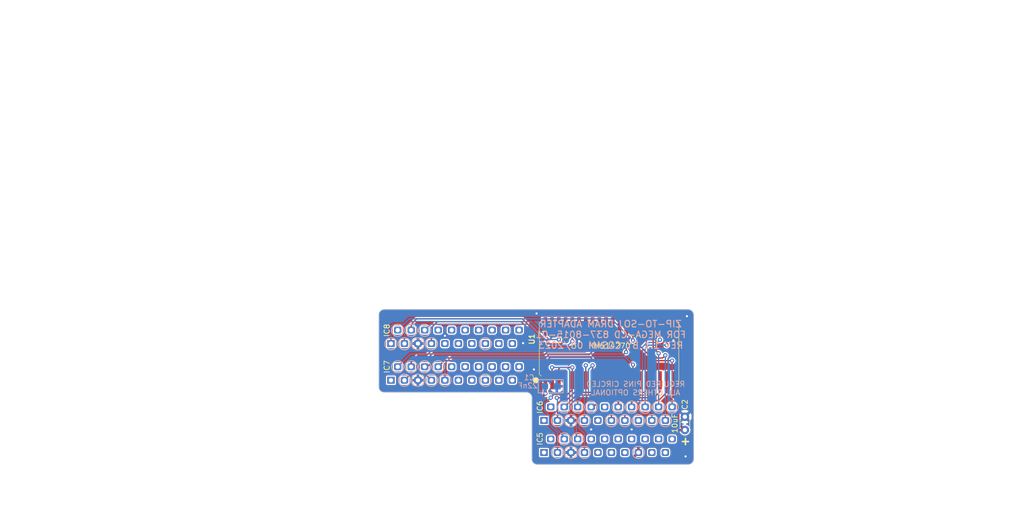
<source format=kicad_pcb>
(kicad_pcb (version 20221018) (generator pcbnew)
  (layers (0 "F.Cu" signal) (1 "In1.Cu" signal) (2 "In2.Cu" signal) (31 "B.Cu" signal) (34 "B.Paste" user) (35 "F.Paste" user) (36 "B.SilkS" user "B.Silkscreen") (37 "F.SilkS" user "F.Silkscreen") (38 "B.Mask" user) (39 "F.Mask" user) (44 "Edge.Cuts" user))
  (net 0 "")
  (net 2 "GND")
  (net 4 "VCC2")
  (net 7 "D4")
  (net 8 "D3")
  (net 9 "D2")
  (net 10 "D1")
  (net 11 "D0")
  (net 12 "D15")
  (net 13 "D14")
  (net 14 "D13")
  (net 15 "D12")
  (net 16 "D11")
  (net 17 "D10")
  (net 18 "D9")
  (net 19 "D8")
  (net 20 "D7")
  (net 21 "D6")
  (net 22 "D5")
  (net 23 "~{COE}")
  (net 24 "PA8")
  (net 25 "PA7")
  (net 26 "PA6")
  (net 27 "PA5")
  (net 28 "PA4")
  (net 29 "PA3")
  (net 30 "PA2")
  (net 31 "PA1")
  (net 32 "PA0")
  (net 33 "~{PRAS}")
  (net 34 "~{PCAS}")
  (net 35 "~{CUWE}")
  (net 40 "~{CLWE}")
  (footprint "MegaCD_Footprints:ZIP-20-No-silk" (layer "F.Cu") (at 119.38 117.221 90)
    (fp_text reference "IC7" (at 2.54 -0.762 90) (layer "F.SilkS"))
    (fp_text value "MB81C4256Z")
    (pad "1" thru_hole rect (at 0 0 90) (size 1.3 1.4) (drill 0.8) (layers "*.Cu" "*.Mask") (net 23 "~{COE}"))
    (pad "2" thru_hole roundrect (at 2.54 1.27 90) (size 1.3 1.4) (drill 0.8) (layers "*.Cu" "*.Mask") (net 34 "~{PCAS}"))
    (pad "3" thru_hole roundrect (at 0 2.54 90) (size 1.3 1.4) (drill 0.8) (layers "*.Cu" "*.Mask") (net 17 "D10"))
    (pad "4" thru_hole roundrect (at 2.54 3.81 90) (size 1.3 1.4) (drill 0.8) (layers "*.Cu" "*.Mask") (net 16 "D11"))
    (pad "5" thru_hole roundrect (at 0 5.08 90) (size 1.3 1.4) (drill 0.8) (layers "*.Cu" "*.Mask") (net 2 "GND"))
    (pad "6" thru_hole roundrect (at 2.54 6.35 90) (size 1.3 1.4) (drill 0.8) (layers "*.Cu" "*.Mask") (net 19 "D8"))
    (pad "7" thru_hole roundrect (at 0 7.62 90) (size 1.3 1.4) (drill 0.8) (layers "*.Cu" "*.Mask") (net 18 "D9"))
    (pad "8" thru_hole roundrect (at 2.54 8.89 90) (size 1.3 1.4) (drill 0.8) (layers "*.Cu" "*.Mask") (net 35 "~{CUWE}"))
    (pad "9" thru_hole roundrect (at 0 10.16 90) (size 1.3 1.4) (drill 0.8) (layers "*.Cu" "*.Mask") (net 33 "~{PRAS}"))
    (pad "10" thru_hole roundrect (at 2.54 11.43 90) (size 1.3 1.4) (drill 0.8) (layers "*.Cu" "*.Mask"))
    (pad "11" thru_hole roundrect (at 0 12.7 90) (size 1.3 1.4) (drill 0.8) (layers "*.Cu" "*.Mask") (net 32 "PA0"))
    (pad "12" thru_hole roundrect (at 2.54 13.97 90) (size 1.3 1.4) (drill 0.8) (layers "*.Cu" "*.Mask") (net 31 "PA1"))
    (pad "13" thru_hole roundrect (at 0 15.24 90) (size 1.3 1.4) (drill 0.8) (layers "*.Cu" "*.Mask") (net 30 "PA2"))
    (pad "14" thru_hole roundrect (at 2.54 16.51 90) (size 1.3 1.4) (drill 0.8) (layers "*.Cu" "*.Mask") (net 29 "PA3"))
    (pad "15" thru_hole roundrect (at 0 17.78 90) (size 1.3 1.4) (drill 0.8) (layers "*.Cu" "*.Mask") (net 4 "VCC2"))
    (pad "16" thru_hole roundrect (at 2.54 19.05 90) (size 1.3 1.4) (drill 0.8) (layers "*.Cu" "*.Mask") (net 28 "PA4"))
    (pad "17" thru_hole roundrect (at 0 20.32 90) (size 1.3 1.4) (drill 0.8) (layers "*.Cu" "*.Mask") (net 27 "PA5"))
    (pad "18" thru_hole roundrect (at 2.54 21.59 90) (size 1.3 1.4) (drill 0.8) (layers "*.Cu" "*.Mask") (net 26 "PA6"))
    (pad "19" thru_hole roundrect (at 0 22.86 90) (size 1.3 1.4) (drill 0.8) (layers "*.Cu" "*.Mask") (net 25 "PA7"))
    (pad "20" thru_hole roundrect (at 2.54 24.13 90) (size 1.3 1.4) (drill 0.8) (layers "*.Cu" "*.Mask") (net 24 "PA8"))
  )
  (footprint "Capacitor_THT:C_Disc_D3.0mm_W1.6mm_P2.50mm" (layer "F.Cu") (at 174.752 126.599 90)
    (fp_text reference "C2" (at 4.806 0 90) (layer "F.SilkS"))
    (fp_text value "10uF")
    (fp_text user "${VALUE}" (at 1.25 -1.905 90 unlocked) (layer "F.SilkS"))
    (fp_line (start 0.621 -0.92) (end 1.879 -0.92) (stroke (width 0.12)) (layer "F.SilkS"))
    (fp_line (start 0.621 0.92) (end 1.879 0.92) (stroke (width 0.12)) (layer "F.SilkS"))
    (pad "1" thru_hole circle (at 0 0 90) (size 1.6 1.6) (drill 0.8) (layers "*.Cu" "*.Mask") (net 4 "VCC2"))
    (pad "2" thru_hole circle (at 2.5 0 90) (size 1.6 1.6) (drill 0.8) (layers "*.Cu" "*.Mask") (net 2 "GND"))
  )
  (footprint "MegaCD_Footprints:ZIP-20-No-silk" (layer "F.Cu") (at 148.209 124.7902 90)
    (fp_text reference "IC6" (at 2.4892 -0.762 90) (layer "F.SilkS"))
    (fp_text value "MB81C4256Z")
    (pad "1" thru_hole rect (at 0 0 90) (size 1.3 1.4) (drill 0.8) (layers "*.Cu" "*.Mask") (net 23 "~{COE}"))
    (pad "2" thru_hole roundrect (at 2.54 1.27 90) (size 1.3 1.4) (drill 0.8) (layers "*.Cu" "*.Mask") (net 34 "~{PCAS}"))
    (pad "3" thru_hole roundrect (at 0 2.54 90) (size 1.3 1.4) (drill 0.8) (layers "*.Cu" "*.Mask") (net 21 "D6"))
    (pad "4" thru_hole roundrect (at 2.54 3.81 90) (size 1.3 1.4) (drill 0.8) (layers "*.Cu" "*.Mask") (net 20 "D7"))
    (pad "5" thru_hole roundrect (at 0 5.08 90) (size 1.3 1.4) (drill 0.8) (layers "*.Cu" "*.Mask") (net 2 "GND"))
    (pad "6" thru_hole roundrect (at 2.54 6.35 90) (size 1.3 1.4) (drill 0.8) (layers "*.Cu" "*.Mask") (net 7 "D4"))
    (pad "7" thru_hole roundrect (at 0 7.62 90) (size 1.3 1.4) (drill 0.8) (layers "*.Cu" "*.Mask") (net 22 "D5"))
    (pad "8" thru_hole roundrect (at 2.54 8.89 90) (size 1.3 1.4) (drill 0.8) (layers "*.Cu" "*.Mask") (net 40 "~{CLWE}"))
    (pad "9" thru_hole roundrect (at 0 10.16 90) (size 1.3 1.4) (drill 0.8) (layers "*.Cu" "*.Mask") (net 33 "~{PRAS}"))
    (pad "10" thru_hole roundrect (at 2.54 11.43 90) (size 1.3 1.4) (drill 0.8) (layers "*.Cu" "*.Mask"))
    (pad "11" thru_hole roundrect (at 0 12.7 90) (size 1.3 1.4) (drill 0.8) (layers "*.Cu" "*.Mask") (net 32 "PA0"))
    (pad "12" thru_hole roundrect (at 2.54 13.97 90) (size 1.3 1.4) (drill 0.8) (layers "*.Cu" "*.Mask") (net 31 "PA1"))
    (pad "13" thru_hole roundrect (at 0 15.24 90) (size 1.3 1.4) (drill 0.8) (layers "*.Cu" "*.Mask") (net 30 "PA2"))
    (pad "14" thru_hole roundrect (at 2.54 16.51 90) (size 1.3 1.4) (drill 0.8) (layers "*.Cu" "*.Mask") (net 29 "PA3"))
    (pad "15" thru_hole roundrect (at 0 17.78 90) (size 1.3 1.4) (drill 0.8) (layers "*.Cu" "*.Mask") (net 4 "VCC2"))
    (pad "16" thru_hole roundrect (at 2.54 19.05 90) (size 1.3 1.4) (drill 0.8) (layers "*.Cu" "*.Mask") (net 28 "PA4"))
    (pad "17" thru_hole roundrect (at 0 20.32 90) (size 1.3 1.4) (drill 0.8) (layers "*.Cu" "*.Mask") (net 27 "PA5"))
    (pad "18" thru_hole roundrect (at 2.54 21.59 90) (size 1.3 1.4) (drill 0.8) (layers "*.Cu" "*.Mask") (net 26 "PA6"))
    (pad "19" thru_hole roundrect (at 0 22.86 90) (size 1.3 1.4) (drill 0.8) (layers "*.Cu" "*.Mask") (net 25 "PA7"))
    (pad "20" thru_hole roundrect (at 2.54 24.13 90) (size 1.3 1.4) (drill 0.8) (layers "*.Cu" "*.Mask") (net 24 "PA8"))
  )
  (footprint "MegaCD_Footprints:SOJ-40" (layer "F.Cu") (at 147.193 117.856 90)
    (fp_text reference "U1" (at 8.382 -1.27 90 unlocked) (layer "F.SilkS") (effects (font (thickness 0.2) bold)))
    (fp_text value "HM514270")
    (fp_text user "${VALUE}" (at 7.112 13.335 unlocked) (layer "F.SilkS"))
    (fp_line (start -0.127 26.035) (end -0.127 26.416) (stroke (width 0.1)) (layer "F.SilkS"))
    (fp_line (start -0.127 26.416) (end 11.557 26.416) (stroke (width 0.1)) (layer "F.SilkS"))
    (fp_line (start 1.778 0.127) (end 1.397 0.508) (stroke (width 0.1)) (layer "F.SilkS"))
    (fp_line (start 11.557 0.127) (end 1.778 0.127) (stroke (width 0.1)) (layer "F.SilkS"))
    (fp_line (start 11.557 0.508) (end 11.557 0.127) (stroke (width 0.1)) (layer "F.SilkS"))
    (fp_line (start 11.557 26.035) (end 11.557 26.416) (stroke (width 0.1)) (layer "F.SilkS"))
    (fp_circle (center 0.635 -0.508) (end 1.143 -0.508) (stroke (width 0.1)) (fill solid) (layer "F.SilkS"))
    (pad "1" smd rect (at 0.635 1.27 90) (size 3.4 0.7) (layers "F.Cu" "F.Paste" "F.Mask") (net 4 "VCC2"))
    (pad "2" smd rect (at 0.635 2.54 90) (size 3.4 0.7) (layers "F.Cu" "F.Paste" "F.Mask") (net 11 "D0"))
    (pad "3" smd rect (at 0.635 3.81 90) (size 3.4 0.7) (layers "F.Cu" "F.Paste" "F.Mask") (net 10 "D1"))
    (pad "4" smd rect (at 0.635 5.08 90) (size 3.4 0.7) (layers "F.Cu" "F.Paste" "F.Mask") (net 9 "D2"))
    (pad "5" smd rect (at 0.635 6.35 90) (size 3.4 0.7) (layers "F.Cu" "F.Paste" "F.Mask") (net 8 "D3"))
    (pad "6" smd rect (at 0.635 7.62 90) (size 3.4 0.7) (layers "F.Cu" "F.Paste" "F.Mask") (net 4 "VCC2"))
    (pad "7" smd rect (at 0.635 8.89 90) (size 3.4 0.7) (layers "F.Cu" "F.Paste" "F.Mask") (net 7 "D4"))
    (pad "8" smd rect (at 0.635 10.16 90) (size 3.4 0.7) (layers "F.Cu" "F.Paste" "F.Mask") (net 22 "D5"))
    (pad "9" smd rect (at 0.635 11.43 90) (size 3.4 0.7) (layers "F.Cu" "F.Paste" "F.Mask") (net 21 "D6"))
    (pad "10" smd rect (at 0.635 12.7 90) (size 3.4 0.7) (layers "F.Cu" "F.Paste" "F.Mask") (net 20 "D7"))
    (pad "11" smd rect (at 0.635 13.97 90) (size 3.4 0.7) (layers "F.Cu" "F.Paste" "F.Mask"))
    (pad "12" smd rect (at 0.635 15.24 90) (size 3.4 0.7) (layers "F.Cu" "F.Paste" "F.Mask") (net 40 "~{CLWE}"))
    (pad "13" smd rect (at 0.635 16.51 90) (size 3.4 0.7) (layers "F.Cu" "F.Paste" "F.Mask") (net 35 "~{CUWE}"))
    (pad "14" smd rect (at 0.635 17.78 90) (size 3.4 0.7) (layers "F.Cu" "F.Paste" "F.Mask") (net 33 "~{PRAS}"))
    (pad "15" smd rect (at 0.635 19.05 90) (size 3.4 0.7) (layers "F.Cu" "F.Paste" "F.Mask"))
    (pad "16" smd rect (at 0.635 20.32 90) (size 3.4 0.7) (layers "F.Cu" "F.Paste" "F.Mask") (net 32 "PA0"))
    (pad "17" smd rect (at 0.635 21.59 90) (size 3.4 0.7) (layers "F.Cu" "F.Paste" "F.Mask") (net 31 "PA1"))
    (pad "18" smd rect (at 0.635 22.86 90) (size 3.4 0.7) (layers "F.Cu" "F.Paste" "F.Mask") (net 30 "PA2"))
    (pad "19" smd rect (at 0.635 24.13 90) (size 3.4 0.7) (layers "F.Cu" "F.Paste" "F.Mask") (net 29 "PA3"))
    (pad "20" smd rect (at 0.635 25.4 90) (size 3.4 0.7) (layers "F.Cu" "F.Paste" "F.Mask") (net 4 "VCC2"))
    (pad "21" smd rect (at 10.795 25.4 90) (size 3.4 0.7) (layers "F.Cu" "F.Paste" "F.Mask") (net 2 "GND"))
    (pad "22" smd rect (at 10.795 24.13 90) (size 3.4 0.7) (layers "F.Cu" "F.Paste" "F.Mask") (net 28 "PA4"))
    (pad "23" smd rect (at 10.795 22.86 90) (size 3.4 0.7) (layers "F.Cu" "F.Paste" "F.Mask") (net 27 "PA5"))
    (pad "24" smd rect (at 10.795 21.59 90) (size 3.4 0.7) (layers "F.Cu" "F.Paste" "F.Mask") (net 26 "PA6"))
    (pad "25" smd rect (at 10.795 20.32 90) (size 3.4 0.7) (layers "F.Cu" "F.Paste" "F.Mask") (net 25 "PA7"))
    (pad "26" smd rect (at 10.795 19.05 90) (size 3.4 0.7) (layers "F.Cu" "F.Paste" "F.Mask") (net 24 "PA8"))
    (pad "27" smd rect (at 10.795 17.78 90) (size 3.4 0.7) (layers "F.Cu" "F.Paste" "F.Mask") (net 23 "~{COE}"))
    (pad "28" smd rect (at 10.795 16.51 90) (size 3.4 0.7) (layers "F.Cu" "F.Paste" "F.Mask") (net 34 "~{PCAS}"))
    (pad "29" smd rect (at 10.795 15.24 90) (size 3.4 0.7) (layers "F.Cu" "F.Paste" "F.Mask"))
    (pad "30" smd rect (at 10.795 13.97 90) (size 3.4 0.7) (layers "F.Cu" "F.Paste" "F.Mask"))
    (pad "31" smd rect (at 10.795 12.7 90) (size 3.4 0.7) (layers "F.Cu" "F.Paste" "F.Mask") (net 19 "D8"))
    (pad "32" smd rect (at 10.795 11.43 90) (size 3.4 0.7) (layers "F.Cu" "F.Paste" "F.Mask") (net 18 "D9"))
    (pad "33" smd rect (at 10.795 10.16 90) (size 3.4 0.7) (layers "F.Cu" "F.Paste" "F.Mask") (net 17 "D10"))
    (pad "34" smd rect (at 10.795 8.89 90) (size 3.4 0.7) (layers "F.Cu" "F.Paste" "F.Mask") (net 16 "D11"))
    (pad "35" smd rect (at 10.795 7.62 90) (size 3.4 0.7) (layers "F.Cu" "F.Paste" "F.Mask") (net 2 "GND"))
    (pad "36" smd rect (at 10.795 6.35 90) (size 3.4 0.7) (layers "F.Cu" "F.Paste" "F.Mask") (net 15 "D12"))
    (pad "37" smd rect (at 10.795 5.08 90) (size 3.4 0.7) (layers "F.Cu" "F.Paste" "F.Mask") (net 14 "D13"))
    (pad "38" smd rect (at 10.795 3.81 90) (size 3.4 0.7) (layers "F.Cu" "F.Paste" "F.Mask") (net 13 "D14"))
    (pad "39" smd rect (at 10.795 2.54 90) (size 3.4 0.7) (layers "F.Cu" "F.Paste" "F.Mask") (net 12 "D15"))
    (pad "40" smd rect (at 10.795 1.27 90) (size 3.4 0.7) (layers "F.Cu" "F.Paste" "F.Mask") (net 2 "GND"))
  )
  (footprint "MegaCD_Footprints:ZIP-20-No-silk" (layer "F.Cu") (at 119.38 110.3122 90)
    (fp_text reference "IC8" (at 2.4892 -0.762 90) (layer "F.SilkS"))
    (fp_text value "MB81C4256Z")
    (pad "1" thru_hole rect (at 0 0 90) (size 1.3 1.4) (drill 0.8) (layers "*.Cu" "*.Mask") (net 23 "~{COE}"))
    (pad "2" thru_hole roundrect (at 2.54 1.27 90) (size 1.3 1.4) (drill 0.8) (layers "*.Cu" "*.Mask") (net 34 "~{PCAS}"))
    (pad "3" thru_hole roundrect (at 0 2.54 90) (size 1.3 1.4) (drill 0.8) (layers "*.Cu" "*.Mask") (net 13 "D14"))
    (pad "4" thru_hole roundrect (at 2.54 3.81 90) (size 1.3 1.4) (drill 0.8) (layers "*.Cu" "*.Mask") (net 12 "D15"))
    (pad "5" thru_hole roundrect (at 0 5.08 90) (size 1.3 1.4) (drill 0.8) (layers "*.Cu" "*.Mask") (net 2 "GND"))
    (pad "6" thru_hole roundrect (at 2.54 6.35 90) (size 1.3 1.4) (drill 0.8) (layers "*.Cu" "*.Mask") (net 15 "D12"))
    (pad "7" thru_hole roundrect (at 0 7.62 90) (size 1.3 1.4) (drill 0.8) (layers "*.Cu" "*.Mask") (net 14 "D13"))
    (pad "8" thru_hole roundrect (at 2.54 8.89 90) (size 1.3 1.4) (drill 0.8) (layers "*.Cu" "*.Mask") (net 35 "~{CUWE}"))
    (pad "9" thru_hole roundrect (at 0 10.16 90) (size 1.3 1.4) (drill 0.8) (layers "*.Cu" "*.Mask") (net 33 "~{PRAS}"))
    (pad "10" thru_hole roundrect (at 2.54 11.43 90) (size 1.3 1.4) (drill 0.8) (layers "*.Cu" "*.Mask"))
    (pad "11" thru_hole roundrect (at 0 12.7 90) (size 1.3 1.4) (drill 0.8) (layers "*.Cu" "*.Mask") (net 32 "PA0"))
    (pad "12" thru_hole roundrect (at 2.54 13.97 90) (size 1.3 1.4) (drill 0.8) (layers "*.Cu" "*.Mask") (net 31 "PA1"))
    (pad "13" thru_hole roundrect (at 0 15.24 90) (size 1.3 1.4) (drill 0.8) (layers "*.Cu" "*.Mask") (net 30 "PA2"))
    (pad "14" thru_hole roundrect (at 2.54 16.51 90) (size 1.3 1.4) (drill 0.8) (layers "*.Cu" "*.Mask") (net 29 "PA3"))
    (pad "15" thru_hole roundrect (at 0 17.78 90) (size 1.3 1.4) (drill 0.8) (layers "*.Cu" "*.Mask") (net 4 "VCC2"))
    (pad "16" thru_hole roundrect (at 2.54 19.05 90) (size 1.3 1.4) (drill 0.8) (layers "*.Cu" "*.Mask") (net 28 "PA4"))
    (pad "17" thru_hole roundrect (at 0 20.32 90) (size 1.3 1.4) (drill 0.8) (layers "*.Cu" "*.Mask") (net 27 "PA5"))
    (pad "18" thru_hole roundrect (at 2.54 21.59 90) (size 1.3 1.4) (drill 0.8) (layers "*.Cu" "*.Mask") (net 26 "PA6"))
    (pad "19" thru_hole roundrect (at 0 22.86 90) (size 1.3 1.4) (drill 0.8) (layers "*.Cu" "*.Mask") (net 25 "PA7"))
    (pad "20" thru_hole roundrect (at 2.54 24.13 90) (size 1.3 1.4) (drill 0.8) (layers "*.Cu" "*.Mask") (net 24 "PA8"))
  )
  (footprint "MegaCD_Footprints:ZIP-20-No-silk" (layer "F.Cu") (at 148.209 130.8354 90)
    (fp_text reference "IC5" (at 2.5654 -0.762 90) (layer "F.SilkS"))
    (fp_text value "MB81C4256Z")
    (pad "1" thru_hole rect (at 0 0 90) (size 1.3 1.4) (drill 0.8) (layers "*.Cu" "*.Mask") (net 23 "~{COE}"))
    (pad "2" thru_hole roundrect (at 2.54 1.27 90) (size 1.3 1.4) (drill 0.8) (layers "*.Cu" "*.Mask") (net 34 "~{PCAS}"))
    (pad "3" thru_hole roundrect (at 0 2.54 90) (size 1.3 1.4) (drill 0.8) (layers "*.Cu" "*.Mask") (net 9 "D2"))
    (pad "4" thru_hole roundrect (at 2.54 3.81 90) (size 1.3 1.4) (drill 0.8) (layers "*.Cu" "*.Mask") (net 8 "D3"))
    (pad "5" thru_hole roundrect (at 0 5.08 90) (size 1.3 1.4) (drill 0.8) (layers "*.Cu" "*.Mask") (net 2 "GND"))
    (pad "6" thru_hole roundrect (at 2.54 6.35 90) (size 1.3 1.4) (drill 0.8) (layers "*.Cu" "*.Mask") (net 11 "D0"))
    (pad "7" thru_hole roundrect (at 0 7.62 90) (size 1.3 1.4) (drill 0.8) (layers "*.Cu" "*.Mask") (net 10 "D1"))
    (pad "8" thru_hole roundrect (at 2.54 8.89 90) (size 1.3 1.4) (drill 0.8) (layers "*.Cu" "*.Mask") (net 40 "~{CLWE}"))
    (pad "9" thru_hole roundrect (at 0 10.16 90) (size 1.3 1.4) (drill 0.8) (layers "*.Cu" "*.Mask") (net 33 "~{PRAS}"))
    (pad "10" thru_hole roundrect (at 2.54 11.43 90) (size 1.3 1.4) (drill 0.8) (layers "*.Cu" "*.Mask"))
    (pad "11" thru_hole roundrect (at 0 12.7 90) (size 1.3 1.4) (drill 0.8) (layers "*.Cu" "*.Mask") (net 32 "PA0"))
    (pad "12" thru_hole roundrect (at 2.54 13.97 90) (size 1.3 1.4) (drill 0.8) (layers "*.Cu" "*.Mask") (net 31 "PA1"))
    (pad "13" thru_hole roundrect (at 0 15.24 90) (size 1.3 1.4) (drill 0.8) (layers "*.Cu" "*.Mask") (net 30 "PA2"))
    (pad "14" thru_hole roundrect (at 2.54 16.51 90) (size 1.3 1.4) (drill 0.8) (layers "*.Cu" "*.Mask") (net 29 "PA3"))
    (pad "15" thru_hole roundrect (at 0 17.78 90) (size 1.3 1.4) (drill 0.8) (layers "*.Cu" "*.Mask") (net 4 "VCC2"))
    (pad "16" thru_hole roundrect (at 2.54 19.05 90) (size 1.3 1.4) (drill 0.8) (layers "*.Cu" "*.Mask") (net 28 "PA4"))
    (pad "17" thru_hole roundrect (at 0 20.32 90) (size 1.3 1.4) (drill 0.8) (layers "*.Cu" "*.Mask") (net 27 "PA5"))
    (pad "18" thru_hole roundrect (at 2.54 21.59 90) (size 1.3 1.4) (drill 0.8) (layers "*.Cu" "*.Mask") (net 26 "PA6"))
    (pad "19" thru_hole roundrect (at 0 22.86 90) (size 1.3 1.4) (drill 0.8) (layers "*.Cu" "*.Mask") (net 25 "PA7"))
    (pad "20" thru_hole roundrect (at 2.54 24.13 90) (size 1.3 1.4) (drill 0.8) (layers "*.Cu" "*.Mask") (net 24 "PA8"))
  )
  (footprint "MegaCD_Footprints:SMD_0805_HandSolder" (layer "B.Cu") (at 149.479 118.364)
    (fp_text reference "C1" (at -4.064 -1.651) (layer "B.SilkS") (effects (justify mirror)))
    (fp_text value "22nF")
    (fp_text user "${VALUE}" (at -4.318 -0.127 unlocked) (layer "B.SilkS") (effects (justify mirror)))
    (fp_rect (start -2.35 1.25) (end 2.35 -1.25) (stroke (width 0.15)) (fill none) (layer "B.SilkS"))
    (pad "1" smd roundrect (at -1.143 0) (size 1.3 1.2) (layers "B.Cu" "B.Paste" "B.Mask") (roundrect_rratio 0.2127658333) (net 4 "VCC2"))
    (pad "2" smd roundrect (at 1.143 0) (size 1.3 1.2) (layers "B.Cu" "B.Paste" "B.Mask") (roundrect_rratio 0.2127658333) (net 2 "GND"))
  )
  (gr_circle (center 165.989 124.841) (end 164.846 124.968) (stroke (width 0.15)) (fill none) (layer "B.SilkS"))
  (gr_circle (center 172.339 122.301) (end 171.196 122.428) (stroke (width 0.15)) (fill none) (layer "B.SilkS"))
  (gr_circle (center 137.16 110.363) (end 136.017 110.49) (stroke (width 0.15)) (fill none) (layer "B.SilkS"))
  (gr_circle (center 124.46 110.363) (end 123.317 110.49) (stroke (width 0.15)) (fill none) (layer "B.SilkS"))
  (gr_circle (center 168.529 124.841) (end 167.386 124.968) (stroke (width 0.15)) (fill none) (layer "B.SilkS"))
  (gr_circle (center 120.65 107.823) (end 119.507 107.95) (stroke (width 0.15)) (fill none) (layer "B.SilkS"))
  (gr_circle (center 152.019 128.27) (end 150.876 128.397) (stroke (width 0.15)) (fill none) (layer "B.SilkS"))
  (gr_circle (center 125.73 107.823) (end 124.587 107.95) (stroke (width 0.15)) (fill none) (layer "B.SilkS"))
  (gr_circle (center 123.19 114.681) (end 122.047 114.808) (stroke (width 0.15)) (fill none) (layer "B.SilkS"))
  (gr_circle (center 160.909 124.841) (end 159.766 124.968) (stroke (width 0.15)) (fill none) (layer "B.SilkS"))
  (gr_circle (center 129.54 117.221) (end 128.397 117.348) (stroke (width 0.15)) (fill none) (layer "B.SilkS"))
  (gr_circle (center 121.92 110.363) (end 120.777 110.49) (stroke (width 0.15)) (fill none) (layer "B.SilkS"))
  (gr_circle (center 127 117.221) (end 125.857 117.348) (stroke (width 0.15)) (fill none) (layer "B.SilkS"))
  (gr_circle (center 155.829 130.81) (end 154.686 130.937) (stroke (width 0.15)) (fill none) (layer "B.SilkS"))
  (gr_circle (center 164.719 122.301) (end 163.576 122.428) (stroke (width 0.15)) (fill none) (layer "B.SilkS"))
  (gr_circle (center 119.38 110.363) (end 118.237 110.49) (stroke (width 0.15)) (fill none) (layer "B.SilkS"))
  (gr_circle (center 171.069 124.841) (end 169.926 124.968) (stroke (width 0.15)) (fill none) (layer "B.SilkS"))
  (gr_circle (center 165.989 130.81) (end 164.846 130.937) (stroke (width 0.15)) (fill none) (layer "B.SilkS"))
  (gr_circle (center 127 110.363) (end 125.857 110.49) (stroke (width 0.15)) (fill none) (layer "B.SilkS"))
  (gr_circle (center 157.099 122.301) (end 155.956 122.428) (stroke (width 0.15)) (fill none) (layer "B.SilkS"))
  (gr_circle (center 124.46 117.221) (end 123.317 117.348) (stroke (width 0.15)) (fill none) (layer "B.SilkS"))
  (gr_circle (center 152.019 122.301) (end 150.876 122.428) (stroke (width 0.15)) (fill none) (layer "B.SilkS"))
  (gr_circle (center 169.799 122.301) (end 168.656 122.428) (stroke (width 0.15)) (fill none) (layer "B.SilkS"))
  (gr_circle (center 167.259 122.301) (end 166.116 122.428) (stroke (width 0.15)) (fill none) (layer "B.SilkS"))
  (gr_circle (center 153.289 130.81) (end 152.146 130.937) (stroke (width 0.15)) (fill none) (layer "B.SilkS"))
  (gr_circle (center 153.289 124.841) (end 152.146 124.968) (stroke (width 0.15)) (fill none) (layer "B.SilkS"))
  (gr_circle (center 154.559 128.27) (end 153.416 128.397) (stroke (width 0.15)) (fill none) (layer "B.SilkS"))
  (gr_circle (center 128.27 114.681) (end 127.127 114.808) (stroke (width 0.15)) (fill none) (layer "B.SilkS"))
  (gr_circle (center 150.749 130.81) (end 149.606 130.937) (stroke (width 0.15)) (fill none) (layer "B.SilkS"))
  (gr_circle (center 123.19 107.823) (end 122.047 107.95) (stroke (width 0.15)) (fill none) (layer "B.SilkS"))
  (gr_circle (center 155.829 124.841) (end 154.686 124.968) (stroke (width 0.15)) (fill none) (layer "B.SilkS"))
  (gr_circle (center 125.73 114.681) (end 124.587 114.808) (stroke (width 0.15)) (fill none) (layer "B.SilkS"))
  (gr_circle (center 150.749 124.841) (end 149.606 124.968) (stroke (width 0.15)) (fill none) (layer "B.SilkS"))
  (gr_circle (center 163.449 124.841) (end 162.306 124.968) (stroke (width 0.15)) (fill none) (layer "B.SilkS"))
  (gr_circle (center 137.16 117.221) (end 136.017 117.348) (stroke (width 0.15)) (fill none) (layer "B.SilkS"))
  (gr_circle (center 162.179 122.301) (end 161.036 122.428) (stroke (width 0.15)) (fill none) (layer "B.SilkS"))
  (gr_circle (center 154.559 122.301) (end 153.416 122.428) (stroke (width 0.15)) (fill none) (layer "B.SilkS"))
  (gr_circle (center 120.65 114.681) (end 119.507 114.808) (stroke (width 0.15)) (fill none) (layer "B.SilkS"))
  (gr_circle (center 121.92 117.221) (end 120.777 117.348) (stroke (width 0.15)) (fill none) (layer "B.SilkS"))
  (gr_arc (start 146.939 133.096) (mid 146.22058 132.79842) (end 145.923 132.08) (stroke (width 0.1)) (layer "Edge.Cuts"))
  (gr_arc (start 176.403 132.08) (mid 176.10542 132.79842) (end 175.387 133.096) (stroke (width 0.1)) (layer "Edge.Cuts"))
  (gr_line (start 145.923 120.523) (end 145.923 132.08) (stroke (width 0.1)) (layer "Edge.Cuts"))
  (gr_line (start 176.403 132.08) (end 176.403 104.902) (stroke (width 0.1)) (layer "Edge.Cuts"))
  (gr_arc (start 118.11 119.507) (mid 117.39158 119.20942) (end 117.094 118.491) (stroke (width 0.1)) (layer "Edge.Cuts"))
  (gr_arc (start 117.094 104.902) (mid 117.39158 104.18358) (end 118.11 103.886) (stroke (width 0.1)) (layer "Edge.Cuts"))
  (gr_line (start 118.11 119.507) (end 144.907 119.507) (stroke (width 0.1)) (layer "Edge.Cuts"))
  (gr_line (start 117.094 118.491) (end 117.094 104.902) (stroke (width 0.1)) (layer "Edge.Cuts"))
  (gr_line (start 118.11 103.886) (end 175.387 103.886) (stroke (width 0.1)) (layer "Edge.Cuts"))
  (gr_line (start 146.939 133.096) (end 175.387 133.096) (stroke (width 0.1)) (layer "Edge.Cuts"))
  (gr_arc (start 175.387 103.886) (mid 176.10542 104.18358) (end 176.403 104.902) (stroke (width 0.1)) (layer "Edge.Cuts"))
  (gr_arc (start 144.907 119.507) (mid 145.62542 119.80458) (end 145.923 120.523) (stroke (width 0.1)) (layer "Edge.Cuts"))
  (gr_text "ZIP-TO-SOJ DRAM ADAPTER\nFOR MEGA-CD 837-8015-01\nREV 1.1 BY COSAM 08/2023" (at 160.782 111.379) (layer "B.SilkS") (effects (font (size 1.25 1.25) (thickness 0.2)) (justify bottom mirror)))
  (gr_text "REQUIRED PINS CIRCLED\nALL OTHERS OPTIONAL" (at 165.481 120.142) (layer "B.SilkS") (effects (font (size 1 1)) (justify bottom mirror)))
  (gr_text "+" (at 173.736 129.54) (layer "F.SilkS") (effects (font (size 1.5 1.5) (thickness 0.3) bold) (justify left bottom)))
  (segment (start 146.812 105.41) (end 146.812 104.648) (width 0.25) (layer "F.Cu") (net 2))
  (segment (start 172.593 107.061) (end 172.593 109.728) (width 0.5) (layer "F.Cu") (net 2))
  (segment (start 174.244 104.267) (end 175.133 105.156) (width 0.25) (layer "F.Cu") (net 2))
  (segment (start 154.813 107.061) (end 154.813 109.855) (width 0.5) (layer "F.Cu") (net 2))
  (segment (start 146.812 104.648) (end 147.193 104.267) (width 0.25) (layer "F.Cu") (net 2))
  (segment (start 148.463 107.061) (end 146.812 105.41) (width 0.25) (layer "F.Cu") (net 2))
  (segment (start 175.133 105.156) (end 176.149 106.172) (width 0.25) (layer "F.Cu") (net 2))
  (segment (start 147.193 104.267) (end 174.244 104.267) (width 0.25) (layer "F.Cu") (net 2))
  (segment (start 176.149 130.302) (end 174.879 131.572) (width 0.25) (layer "F.Cu") (net 2))
  (segment (start 176.149 106.172) (end 176.149 130.302) (width 0.25) (layer "F.Cu") (net 2))
  (via (at 144.272 110.236) (size 0.8) (drill 0.4) (layers "F.Cu" "B.Cu") (net 2))
  (via (at 129.54 108.839) (size 0.8) (drill 0.4) (layers "F.Cu" "B.Cu") (net 2))
  (via (at 146.304 115.189) (size 0.8) (drill 0.4) (layers "F.Cu" "B.Cu") (net 2))
  (via (at 175.133 105.156) (size 0.8) (drill 0.4) (layers "F.Cu" "B.Cu") (net 2))
  (via (at 174.879 131.572) (size 0.8) (drill 0.4) (layers "F.Cu" "B.Cu") (net 2))
  (via (at 146.812 104.648) (size 0.8) (drill 0.4) (layers "F.Cu" "B.Cu") (net 2))
  (via (at 172.593 109.728) (size 0.8) (drill 0.4) (layers "F.Cu" "B.Cu") (net 2))
  (via (at 164.719 126.492) (size 0.8) (drill 0.4) (layers "F.Cu" "B.Cu") (net 2))
  (via (at 154.813 109.855) (size 0.8) (drill 0.4) (layers "F.Cu" "B.Cu") (net 2))
  (via (at 157.099 126.492) (size 0.8) (drill 0.4) (layers "F.Cu" "B.Cu") (net 2))
  (segment (start 153.797 106.426) (end 147.066 106.426) (width 0.5) (layer "B.Cu") (net 2))
  (segment (start 154.813 109.855) (end 154.813 107.442) (width 0.5) (layer "B.Cu") (net 2))
  (segment (start 153.924 106.553) (end 153.797 106.426) (width 0.5) (layer "B.Cu") (net 2))
  (segment (start 154.813 107.442) (end 153.924 106.553) (width 0.5) (layer "B.Cu") (net 2))
  (segment (start 147.066 106.426) (end 147.32 106.426) (width 0.5) (layer "B.Cu") (net 2))
  (segment (start 147.3496 132.08) (end 146.939 131.6694) (width 0.5) (layer "F.Cu") (net 4))
  (segment (start 174.752 126.599) (end 173.482 125.329) (width 0.5) (layer "F.Cu") (net 4))
  (segment (start 148.463 114.681) (end 149.266422 113.877578) (width 0.5) (layer "F.Cu") (net 4))
  (segment (start 154.390578 113.877578) (end 154.813 114.3) (width 0.5) (layer "F.Cu") (net 4))
  (segment (start 148.463 117.221) (end 148.463 114.681) (width 0.5) (layer "F.Cu") (net 4))
  (segment (start 154.813 114.3) (end 154.813 117.221) (width 0.5) (layer "F.Cu") (net 4))
  (segment (start 165.989 130.8354) (end 164.7444 132.08) (width 0.5) (layer "F.Cu") (net 4))
  (segment (start 164.7444 132.08) (end 147.3496 132.08) (width 0.5) (layer "F.Cu") (net 4))
  (segment (start 173.482 125.329) (end 173.482 121.158) (width 0.5) (layer "F.Cu") (net 4))
  (segment (start 146.939 121.285) (end 148.463 119.761) (width 0.5) (layer "F.Cu") (net 4))
  (segment (start 165.989 127.635) (end 167.005 126.619) (width 0.5) (layer "F.Cu") (net 4))
  (segment (start 172.593 117.221) (end 172.593 120.269) (width 0.5) (layer "F.Cu") (net 4))
  (segment (start 174.752 126.619) (end 174.752 126.599) (width 0.25) (layer "F.Cu") (net 4))
  (segment (start 167.005 126.619) (end 174.752 126.619) (width 0.5) (layer "F.Cu") (net 4))
  (segment (start 173.482 121.158) (end 172.974 120.65) (width 0.5) (layer "F.Cu") (net 4))
  (segment (start 148.463 119.761) (end 148.463 117.221) (width 0.5) (layer "F.Cu") (net 4))
  (segment (start 165.989 130.8354) (end 165.989 127.635) (width 0.5) (layer "F.Cu") (net 4))
  (segment (start 149.266422 113.877578) (end 154.390578 113.877578) (width 0.5) (layer "F.Cu") (net 4))
  (segment (start 172.593 120.269) (end 172.974 120.65) (width 0.5) (layer "F.Cu") (net 4))
  (segment (start 146.939 131.6694) (end 146.939 121.285) (width 0.5) (layer "F.Cu") (net 4))
  (via (at 148.488299 119.735701) (size 0.8) (drill 0.4) (layers "F.Cu" "B.Cu") (net 4))
  (segment (start 148.488299 119.735701) (end 148.336 119.583402) (width 0.5) (layer "B.Cu") (net 4))
  (segment (start 148.336 119.583402) (end 148.336 118.364) (width 0.5) (layer "B.Cu") (net 4))
  (segment (start 156.083 114.427) (end 156.083 117.221) (width 0.25) (layer "F.Cu") (net 7))
  (via (at 156.083 114.427) (size 0.8) (drill 0.4) (layers "F.Cu" "B.Cu") (net 7))
  (segment (start 156.083 114.427) (end 156.083 119.761) (width 0.25) (layer "B.Cu") (net 7))
  (segment (start 156.083 119.761) (end 154.559 121.285) (width 0.25) (layer "B.Cu") (net 7))
  (segment (start 154.559 121.285) (end 154.559 122.2502) (width 0.25) (layer "B.Cu") (net 7))
  (segment (start 153.543 118.999) (end 153.543 117.221) (width 0.25) (layer "F.Cu") (net 8))
  (segment (start 150.622 120.523) (end 152.019 120.523) (width 0.25) (layer "F.Cu") (net 8))
  (segment (start 152.019 120.523) (end 153.543 118.999) (width 0.25) (layer "F.Cu") (net 8))
  (via (at 150.622 120.523) (size 0.8) (drill 0.4) (layers "F.Cu" "B.Cu") (net 8))
  (segment (start 150.749 122.8728) (end 149.733 123.8888) (width 0.25) (layer "B.Cu") (net 8))
  (segment (start 149.733 125.577842) (end 152.019 127.863842) (width 0.25) (layer "B.Cu") (net 8))
  (segment (start 152.019 127.863842) (end 152.019 128.2954) (width 0.25) (layer "B.Cu") (net 8))
  (segment (start 150.749 120.65) (end 150.749 122.8728) (width 0.25) (layer "B.Cu") (net 8))
  (segment (start 150.622 120.523) (end 150.749 120.65) (width 0.25) (layer "B.Cu") (net 8))
  (segment (start 149.733 123.8888) (end 149.733 125.577842) (width 0.25) (layer "B.Cu") (net 8))
  (segment (start 149.468299 120.512299) (end 150.109598 119.871) (width 0.25) (layer "F.Cu") (net 9))
  (segment (start 150.109598 119.871) (end 151.782 119.871) (width 0.25) (layer "F.Cu") (net 9))
  (segment (start 152.273 119.38) (end 152.273 117.221) (width 0.25) (layer "F.Cu") (net 9))
  (segment (start 151.782 119.871) (end 152.273 119.38) (width 0.25) (layer "F.Cu") (net 9))
  (via (at 149.468299 120.512299) (size 0.8) (drill 0.4) (layers "F.Cu" "B.Cu") (net 9))
  (segment (start 149.225 123.8885) (end 149.225 125.603) (width 0.25) (layer "B.Cu") (net 9))
  (segment (start 148.336 121.644599) (end 148.336 122.9995) (width 0.25) (layer "B.Cu") (net 9))
  (segment (start 149.468299 120.512299) (end 148.336 121.644599) (width 0.25) (layer "B.Cu") (net 9))
  (segment (start 148.336 122.9995) (end 149.225 123.8885) (width 0.25) (layer "B.Cu") (net 9))
  (segment (start 150.749 127.127) (end 150.749 130.8354) (width 0.25) (layer "B.Cu") (net 9))
  (segment (start 149.225 125.603) (end 150.749 127.127) (width 0.25) (layer "B.Cu") (net 9))
  (segment (start 151.003 115.062) (end 151.003 117.221) (width 0.25) (layer "F.Cu") (net 10))
  (segment (start 151.257 114.808) (end 151.003 115.062) (width 0.25) (layer "F.Cu") (net 10))
  (segment (start 153.543 114.808) (end 151.257 114.808) (width 0.25) (layer "F.Cu") (net 10))
  (via (at 153.543 114.808) (size 0.8) (drill 0.4) (layers "F.Cu" "B.Cu") (net 10))
  (segment (start 154.813 123.571) (end 154.813 126.238) (width 0.25) (layer "B.Cu") (net 10))
  (segment (start 154.813 126.238) (end 155.829 127.254) (width 0.25) (layer "B.Cu") (net 10))
  (segment (start 153.543 122.936) (end 153.924 123.317) (width 0.25) (layer "B.Cu") (net 10))
  (segment (start 153.543 114.808) (end 153.543 122.936) (width 0.25) (layer "B.Cu") (net 10))
  (segment (start 155.829 127.254) (end 155.829 130.8354) (width 0.25) (layer "B.Cu") (net 10))
  (segment (start 154.559 123.317) (end 154.813 123.571) (width 0.25) (layer "B.Cu") (net 10))
  (segment (start 153.924 123.317) (end 154.559 123.317) (width 0.25) (layer "B.Cu") (net 10))
  (segment (start 149.733 114.808) (end 149.733 117.221) (width 0.25) (layer "F.Cu") (net 11))
  (via (at 149.733 114.808) (size 0.8) (drill 0.4) (layers "F.Cu" "B.Cu") (net 11))
  (segment (start 154.559 128.016) (end 154.559 128.2954) (width 0.25) (layer "B.Cu") (net 11))
  (segment (start 153.035 115.316) (end 153.035 123.19) (width 0.25) (layer "B.Cu") (net 11))
  (segment (start 153.67 123.825) (end 154.051 123.825) (width 0.25) (layer "B.Cu") (net 11))
  (segment (start 154.305 127.762) (end 154.559 128.016) (width 0.25) (layer "B.Cu") (net 11))
  (segment (start 153.035 123.19) (end 153.67 123.825) (width 0.25) (layer "B.Cu") (net 11))
  (segment (start 152.527 114.808) (end 153.035 115.316) (width 0.25) (layer "B.Cu") (net 11))
  (segment (start 149.733 114.808) (end 152.527 114.808) (width 0.25) (layer "B.Cu") (net 11))
  (segment (start 154.051 123.825) (end 154.305 124.079) (width 0.25) (layer "B.Cu") (net 11))
  (segment (start 154.305 124.079) (end 154.305 127.762) (width 0.25) (layer "B.Cu") (net 11))
  (segment (start 149.733 109.093) (end 149.733 107.061) (width 0.25) (layer "F.Cu") (net 12))
  (segment (start 123.19 107.7722) (end 123.19 106.68) (width 0.25) (layer "F.Cu") (net 12))
  (segment (start 148.082 109.601) (end 149.225 109.601) (width 0.25) (layer "F.Cu") (net 12))
  (segment (start 149.225 109.601) (end 149.733 109.093) (width 0.25) (layer "F.Cu") (net 12))
  (segment (start 123.19 106.68) (end 124.206 105.664) (width 0.25) (layer "F.Cu") (net 12))
  (segment (start 144.145 105.664) (end 148.082 109.601) (width 0.25) (layer "F.Cu") (net 12))
  (segment (start 124.206 105.664) (end 144.145 105.664) (width 0.25) (layer "F.Cu") (net 12))
  (segment (start 151.003 109.556) (end 151.003 107.061) (width 0.25) (layer "F.Cu") (net 13))
  (via (at 151.003 109.556) (size 0.8) (drill 0.4) (layers "F.Cu" "B.Cu") (net 13))
  (segment (start 145.796 106.172) (end 123.063 106.172) (width 0.25) (layer "B.Cu") (net 13))
  (segment (start 121.92 107.315) (end 121.92 110.3122) (width 0.25) (layer "B.Cu") (net 13))
  (segment (start 123.063 106.172) (end 121.92 107.315) (width 0.25) (layer "B.Cu") (net 13))
  (segment (start 151.003 109.556) (end 149.18 109.556) (width 0.25) (layer "B.Cu") (net 13))
  (segment (start 149.18 109.556) (end 145.796 106.172) (width 0.25) (layer "B.Cu") (net 13))
  (segment (start 152.273 109.601) (end 151.511 110.363) (width 0.25) (layer "F.Cu") (net 14))
  (segment (start 152.273 107.061) (end 152.273 109.601) (width 0.25) (layer "F.Cu") (net 14))
  (segment (start 128.143 106.172) (end 127 107.315) (width 0.25) (layer "F.Cu") (net 14))
  (segment (start 127 107.315) (end 127 110.3122) (width 0.25) (layer "F.Cu") (net 14))
  (segment (start 143.891 106.172) (end 128.143 106.172) (width 0.25) (layer "F.Cu") (net 14))
  (segment (start 151.511 110.363) (end 148.082 110.363) (width 0.25) (layer "F.Cu") (net 14))
  (segment (start 148.082 110.363) (end 143.891 106.172) (width 0.25) (layer "F.Cu") (net 14))
  (segment (start 153.543 109.855) (end 153.543 107.061) (width 0.25) (layer "F.Cu") (net 15))
  (via (at 153.543 109.855) (size 0.8) (drill 0.4) (layers "F.Cu" "B.Cu") (net 15))
  (segment (start 143.252 106.676) (end 143.256 106.68) (width 0.25) (layer "B.Cu") (net 15))
  (segment (start 125.73 107.7722) (end 126.8262 106.676) (width 0.25) (layer "B.Cu") (net 15))
  (segment (start 126.8262 106.676) (end 143.252 106.676) (width 0.25) (layer "B.Cu") (net 15))
  (segment (start 149.479 110.617) (end 152.781 110.617) (width 0.25) (layer "B.Cu") (net 15))
  (segment (start 145.542 106.68) (end 149.479 110.617) (width 0.25) (layer "B.Cu") (net 15))
  (segment (start 152.781 110.617) (end 153.543 109.855) (width 0.25) (layer "B.Cu") (net 15))
  (segment (start 143.256 106.68) (end 145.542 106.68) (width 0.25) (layer "B.Cu") (net 15))
  (segment (start 147.701 111.506) (end 148.336 110.871) (width 0.25) (layer "F.Cu") (net 16))
  (segment (start 127.127 111.506) (end 147.701 111.506) (width 0.25) (layer "F.Cu") (net 16))
  (segment (start 148.336 110.871) (end 155.194 110.871) (width 0.25) (layer "F.Cu") (net 16))
  (segment (start 124.49175 112.522) (end 126.111 112.522) (width 0.25) (layer "F.Cu") (net 16))
  (segment (start 155.194 110.871) (end 156.083 109.982) (width 0.25) (layer "F.Cu") (net 16))
  (segment (start 123.19 114.681) (end 123.19 113.82375) (width 0.25) (layer "F.Cu") (net 16))
  (segment (start 126.111 112.522) (end 127.127 111.506) (width 0.25) (layer "F.Cu") (net 16))
  (segment (start 156.083 109.982) (end 156.083 107.061) (width 0.25) (layer "F.Cu") (net 16))
  (segment (start 123.19 113.82375) (end 124.49175 112.522) (width 0.25) (layer "F.Cu") (net 16))
  (segment (start 126.365 113.03) (end 127.381 112.014) (width 0.25) (layer "F.Cu") (net 17))
  (segment (start 123.063 116.078) (end 123.825 116.078) (width 0.25) (layer "F.Cu") (net 17))
  (segment (start 155.575 111.379) (end 157.353 109.601) (width 0.25) (layer "F.Cu") (net 17))
  (segment (start 124.206 113.665) (end 124.841 113.03) (width 0.25) (layer "F.Cu") (net 17))
  (segment (start 123.825 116.078) (end 124.206 115.697) (width 0.25) (layer "F.Cu") (net 17))
  (segment (start 147.955 112.014) (end 148.59 111.379) (width 0.25) (layer "F.Cu") (net 17))
  (segment (start 157.353 109.601) (end 157.353 107.061) (width 0.25) (layer "F.Cu") (net 17))
  (segment (start 121.92 117.221) (end 123.063 116.078) (width 0.25) (layer "F.Cu") (net 17))
  (segment (start 127.381 112.014) (end 147.955 112.014) (width 0.25) (layer "F.Cu") (net 17))
  (segment (start 148.59 111.379) (end 155.575 111.379) (width 0.25) (layer "F.Cu") (net 17))
  (segment (start 124.206 115.697) (end 124.206 113.665) (width 0.25) (layer "F.Cu") (net 17))
  (segment (start 124.841 113.03) (end 126.365 113.03) (width 0.25) (layer "F.Cu") (net 17))
  (segment (start 155.956 111.887) (end 158.623 109.22) (width 0.25) (layer "F.Cu") (net 18))
  (segment (start 125.857 116.078) (end 125.095 116.078) (width 0.25) (layer "F.Cu") (net 18))
  (segment (start 148.844 111.887) (end 155.956 111.887) (width 0.25) (layer "F.Cu") (net 18))
  (segment (start 127 117.221) (end 125.857 116.078) (width 0.25) (layer "F.Cu") (net 18))
  (segment (start 127.635 112.522) (end 148.209 112.522) (width 0.25) (layer "F.Cu") (net 18))
  (segment (start 148.209 112.522) (end 148.844 111.887) (width 0.25) (layer "F.Cu") (net 18))
  (segment (start 158.623 109.22) (end 158.623 107.061) (width 0.25) (layer "F.Cu") (net 18))
  (segment (start 125.095 116.078) (end 124.714 115.697) (width 0.25) (layer "F.Cu") (net 18))
  (segment (start 125.095 113.538) (end 126.619 113.538) (width 0.25) (layer "F.Cu") (net 18))
  (segment (start 124.714 113.919) (end 125.095 113.538) (width 0.25) (layer "F.Cu") (net 18))
  (segment (start 124.714 115.697) (end 124.714 113.919) (width 0.25) (layer "F.Cu") (net 18))
  (segment (start 126.619 113.538) (end 127.635 112.522) (width 0.25) (layer "F.Cu") (net 18))
  (segment (start 125.73 114.681) (end 126.238 114.681) (width 0.25) (layer "F.Cu") (net 19))
  (segment (start 126.238 114.681) (end 127.889 113.03) (width 0.25) (layer "F.Cu") (net 19))
  (segment (start 156.718 112.395) (end 159.893 109.22) (width 0.25) (layer "F.Cu") (net 19))
  (segment (start 148.463 113.03) (end 149.098 112.395) (width 0.25) (layer "F.Cu") (net 19))
  (segment (start 149.098 112.395) (end 156.718 112.395) (width 0.25) (layer "F.Cu") (net 19))
  (segment (start 159.893 109.22) (end 159.893 107.061) (width 0.25) (layer "F.Cu") (net 19))
  (segment (start 127.889 113.03) (end 148.463 113.03) (width 0.25) (layer "F.Cu") (net 19))
  (segment (start 159.131 120.015) (end 159.893 119.253) (width 0.25) (layer "F.Cu") (net 20))
  (segment (start 159.893 119.253) (end 159.893 117.221) (width 0.25) (layer "F.Cu") (net 20))
  (segment (start 152.0698 122.2502) (end 154.305 120.015) (width 0.25) (layer "F.Cu") (net 20))
  (segment (start 152.019 122.2502) (end 152.0698 122.2502) (width 0.25) (layer "F.Cu") (net 20))
  (segment (start 154.305 120.015) (end 159.131 120.015) (width 0.25) (layer "F.Cu") (net 20))
  (segment (start 150.749 121.666) (end 151.384 121.031) (width 0.25) (layer "F.Cu") (net 21))
  (segment (start 158.369 119.507) (end 158.623 119.253) (width 0.25) (layer "F.Cu") (net 21))
  (segment (start 152.41258 121.031) (end 153.93658 119.507) (width 0.25) (layer "F.Cu") (net 21))
  (segment (start 153.93658 119.507) (end 158.369 119.507) (width 0.25) (layer "F.Cu") (net 21))
  (segment (start 151.384 121.031) (end 152.41258 121.031) (width 0.25) (layer "F.Cu") (net 21))
  (segment (start 150.749 124.7902) (end 150.749 121.666) (width 0.25) (layer "F.Cu") (net 21))
  (segment (start 158.623 119.253) (end 158.623 117.221) (width 0.25) (layer "F.Cu") (net 21))
  (segment (start 157.353 117.221) (end 157.353 114.427) (width 0.25) (layer "F.Cu") (net 22))
  (via (at 157.353 114.427) (size 0.8) (drill 0.4) (layers "F.Cu" "B.Cu") (net 22))
  (segment (start 156.591 119.900579) (end 155.829 120.662579) (width 0.25) (layer "B.Cu") (net 22))
  (segment (start 157.353 114.427) (end 156.591 115.189) (width 0.25) (layer "B.Cu") (net 22))
  (segment (start 156.591 115.189) (end 156.591 119.900579) (width 0.25) (layer "B.Cu") (net 22))
  (segment (start 155.829 120.662579) (end 155.829 124.7902) (width 0.25) (layer "B.Cu") (net 22))
  (segment (start 164.973 109.728) (end 164.973 107.061) (width 0.25) (layer "F.Cu") (net 23))
  (via (at 164.973 109.728) (size 0.8) (drill 0.4) (layers "F.Cu" "B.Cu") (net 23))
  (segment (start 160.909 105.664) (end 164.973 109.728) (width 0.25) (layer "B.Cu") (net 23))
  (segment (start 122.809 105.664) (end 160.909 105.664) (width 0.25) (layer "B.Cu") (net 23))
  (segment (start 119.761 106.68) (end 121.793 106.68) (width 0.25) (layer "B.Cu") (net 23))
  (segment (start 119.38 107.061) (end 119.761 106.68) (width 0.25) (layer "B.Cu") (net 23))
  (segment (start 119.38 110.3122) (end 119.38 107.061) (width 0.25) (layer "B.Cu") (net 23))
  (segment (start 121.793 106.68) (end 122.809 105.664) (width 0.25) (layer "B.Cu") (net 23))
  (segment (start 166.243 110.744) (end 166.243 107.061) (width 0.25) (layer "F.Cu") (net 24))
  (segment (start 169.037 113.538) (end 166.243 110.744) (width 0.25) (layer "F.Cu") (net 24))
  (segment (start 172.339 113.538) (end 169.037 113.538) (width 0.25) (layer "F.Cu") (net 24))
  (via (at 172.339 113.538) (size 0.8) (drill 0.4) (layers "F.Cu" "B.Cu") (net 24))
  (segment (start 172.339 122.2502) (end 172.339 113.538) (width 0.25) (layer "B.Cu") (net 24))
  (segment (start 170.561 113.03) (end 169.545 113.03) (width 0.25) (layer "F.Cu") (net 25))
  (segment (start 167.513 110.998) (end 167.513 107.061) (width 0.25) (layer "F.Cu") (net 25))
  (segment (start 169.545 113.03) (end 167.513 110.998) (width 0.25) (layer "F.Cu") (net 25))
  (segment (start 171.069 112.522) (end 170.561 113.03) (width 0.25) (layer "F.Cu") (net 25))
  (via (at 171.069 112.522) (size 0.8) (drill 0.4) (layers "F.Cu" "B.Cu") (net 25))
  (segment (start 171.069 124.7902) (end 171.069 112.522) (width 0.25) (layer "B.Cu") (net 25))
  (segment (start 168.783 111.125) (end 168.783 107.061) (width 0.25) (layer "F.Cu") (net 26))
  (segment (start 169.799 112.141) (end 168.783 111.125) (width 0.25) (layer "F.Cu") (net 26))
  (via (at 169.799 112.141) (size 0.8) (drill 0.4) (layers "F.Cu" "B.Cu") (net 26))
  (segment (start 169.799 122.2502) (end 169.799 112.141) (width 0.25) (layer "B.Cu") (net 26))
  (segment (start 170.053 109.601) (end 170.053 107.061) (width 0.25) (layer "F.Cu") (net 27))
  (via (at 170.053 109.601) (size 0.8) (drill 0.4) (layers "F.Cu" "B.Cu") (net 27))
  (segment (start 167.64 110.109) (end 166.751 110.998) (width 0.25) (layer "B.Cu") (net 27))
  (segment (start 168.529 123.952) (end 168.529 124.7902) (width 0.25) (layer "B.Cu") (net 27))
  (segment (start 166.751 110.998) (end 166.751 120.777) (width 0.25) (layer "B.Cu") (net 27))
  (segment (start 169.545 110.109) (end 167.64 110.109) (width 0.25) (layer "B.Cu") (net 27))
  (segment (start 166.116 121.412) (end 166.116 123.063) (width 0.25) (layer "B.Cu") (net 27))
  (segment (start 168.148 123.571) (end 168.529 123.952) (width 0.25) (layer "B.Cu") (net 27))
  (segment (start 166.751 120.777) (end 166.116 121.412) (width 0.25) (layer "B.Cu") (net 27))
  (segment (start 166.624 123.571) (end 168.148 123.571) (width 0.25) (layer "B.Cu") (net 27))
  (segment (start 170.053 109.601) (end 169.545 110.109) (width 0.25) (layer "B.Cu") (net 27))
  (segment (start 166.116 123.063) (end 166.624 123.571) (width 0.25) (layer "B.Cu") (net 27))
  (segment (start 171.323 110.617) (end 171.323 107.061) (width 0.25) (layer "F.Cu") (net 28))
  (via (at 171.323 110.617) (size 0.8) (drill 0.4) (layers "F.Cu" "B.Cu") (net 28))
  (segment (start 167.894 110.617) (end 167.259 111.252) (width 0.25) (layer "B.Cu") (net 28))
  (segment (start 167.259 111.252) (end 167.259 122.2502) (width 0.25) (layer "B.Cu") (net 28))
  (segment (start 171.323 110.617) (end 167.894 110.617) (width 0.25) (layer "B.Cu") (net 28))
  (segment (start 164.719 121.412) (end 165.1 121.031) (width 0.25) (layer "F.Cu") (net 29))
  (segment (start 169.799 121.031) (end 171.323 119.507) (width 0.25) (layer "F.Cu") (net 29))
  (segment (start 165.1 121.031) (end 169.799 121.031) (width 0.25) (layer "F.Cu") (net 29))
  (segment (start 164.719 122.2502) (end 164.719 121.412) (width 0.25) (layer "F.Cu") (net 29))
  (segment (start 171.323 119.507) (end 171.323 117.221) (width 0.25) (layer "F.Cu") (net 29))
  (segment (start 164.338 120.523) (end 168.91 120.523) (width 0.25) (layer "F.Cu") (net 30))
  (segment (start 163.449 121.412) (end 164.338 120.523) (width 0.25) (layer "F.Cu") (net 30))
  (segment (start 163.449 124.7902) (end 163.449 121.412) (width 0.25) (layer "F.Cu") (net 30))
  (segment (start 168.91 120.523) (end 170.053 119.38) (width 0.25) (layer "F.Cu") (net 30))
  (segment (start 170.053 119.38) (end 170.053 117.221) (width 0.25) (layer "F.Cu") (net 30))
  (segment (start 168.783 119.253) (end 168.783 117.221) (width 0.25) (layer "F.Cu") (net 31))
  (segment (start 163.576 120.015) (end 168.021 120.015) (width 0.25) (layer "F.Cu") (net 31))
  (segment (start 162.179 122.2502) (end 162.179 121.412) (width 0.25) (layer "F.Cu") (net 31))
  (segment (start 162.179 121.412) (end 163.576 120.015) (width 0.25) (layer "F.Cu") (net 31))
  (segment (start 168.021 120.015) (end 168.783 119.253) (width 0.25) (layer "F.Cu") (net 31))
  (segment (start 160.909 121.412) (end 162.052 120.269) (width 0.25) (layer "F.Cu") (net 32))
  (segment (start 167.513 119.126) (end 167.513 117.221) (width 0.25) (layer "F.Cu") (net 32))
  (segment (start 162.052 120.269) (end 162.433 120.269) (width 0.25) (layer "F.Cu") (net 32))
  (segment (start 162.433 120.269) (end 163.195 119.507) (width 0.25) (layer "F.Cu") (net 32))
  (segment (start 167.132 119.507) (end 167.513 119.126) (width 0.25) (layer "F.Cu") (net 32))
  (segment (start 160.909 124.7902) (end 160.909 121.412) (width 0.25) (layer "F.Cu") (net 32))
  (segment (start 163.195 119.507) (end 167.132 119.507) (width 0.25) (layer "F.Cu") (net 32))
  (segment (start 164.973 114.3) (end 164.973 117.221) (width 0.25) (layer "F.Cu") (net 33))
  (via (at 164.973 114.3) (size 0.8) (drill 0.4) (layers "F.Cu" "B.Cu") (net 33))
  (segment (start 129.54 117.221) (end 129.54 114.046) (width 0.25) (layer "B.Cu") (net 33))
  (segment (start 129.54 114.046) (end 130.81 112.776) (width 0.25) (layer "B.Cu") (net 33))
  (segment (start 130.81 112.776) (end 163.449 112.776) (width 0.25) (layer "B.Cu") (net 33))
  (segment (start 163.449 112.776) (end 164.973 114.3) (width 0.25) (layer "B.Cu") (net 33))
  (segment (start 163.666806 111.923194) (end 163.703 111.887) (width 0.25) (layer "F.Cu") (net 34))
  (segment (start 163.703 111.887) (end 163.703 107.061) (width 0.25) (layer "F.Cu") (net 34))
  (via (at 163.666806 111.923194) (size 0.8) (drill 0.4) (layers "F.Cu" "B.Cu") (net 34))
  (segment (start 163.322 112.268) (end 163.666806 111.923194) (width 0.25) (layer "B.Cu") (net 34))
  (segment (start 120.65 114.681) (end 123.063 112.268) (width 0.25) (layer "B.Cu") (net 34))
  (segment (start 123.063 112.268) (end 163.322 112.268) (width 0.25) (layer "B.Cu") (net 34))
  (segment (start 156.972 112.903) (end 158.877 114.808) (width 0.25) (layer "F.Cu") (net 35))
  (segment (start 149.352 112.903) (end 156.972 112.903) (width 0.25) (layer "F.Cu") (net 35))
  (segment (start 163.703 115.189) (end 163.703 117.221) (width 0.25) (layer "F.Cu") (net 35))
  (segment (start 163.322 114.808) (end 163.703 115.189) (width 0.25) (layer "F.Cu") (net 35))
  (segment (start 129.413 113.538) (end 148.717 113.538) (width 0.25) (layer "F.Cu") (net 35))
  (segment (start 148.717 113.538) (end 149.352 112.903) (width 0.25) (layer "F.Cu") (net 35))
  (segment (start 158.877 114.808) (end 163.322 114.808) (width 0.25) (layer "F.Cu") (net 35))
  (segment (start 128.27 114.681) (end 129.413 113.538) (width 0.25) (layer "F.Cu") (net 35))
  (segment (start 162.433 119.38) (end 162.433 117.221) (width 0.25) (layer "F.Cu") (net 40))
  (segment (start 158.75 121.031) (end 160.401 121.031) (width 0.25) (layer "F.Cu") (net 40))
  (segment (start 157.5308 122.2502) (end 158.75 121.031) (width 0.25) (layer "F.Cu") (net 40))
  (segment (start 157.099 122.2502) (end 157.5308 122.2502) (width 0.25) (layer "F.Cu") (net 40))
  (segment (start 162.179 119.634) (end 162.433 119.38) (width 0.25) (layer "F.Cu") (net 40))
  (segment (start 160.401 121.031) (end 161.798 119.634) (width 0.25) (layer "F.Cu") (net 40))
  (segment (start 161.798 119.634) (end 162.179 119.634) (width 0.25) (layer "F.Cu") (net 40))
  (zone (net 2) (net_name "GND") (layer "F.Cu") (connect_pads (clearance 0.25)) (min_thickness 0.25) (fill yes (thermal_gap 0.5) (thermal_bridge_width 0.5))
    (polygon (pts (xy 117.094 103.886) (xy 176.403 103.886) (xy 176.403 133.096) (xy 145.923 133.096) (xy 145.923 120.523) (xy 144.78 119.507) (xy 117.094 119.507)))
  )
  (zone (net 2) (net_name "GND") (layer "B.Cu") (connect_pads (clearance 0.25)) (min_thickness 0.25) (fill yes (thermal_gap 0.5) (thermal_bridge_width 0.5))
    (polygon (pts (xy 117.094 103.886) (xy 176.403 103.886) (xy 176.403 133.096) (xy 145.923 133.096) (xy 145.923 120.523) (xy 144.78 119.507) (xy 117.094 119.507)))
  )
)
</source>
